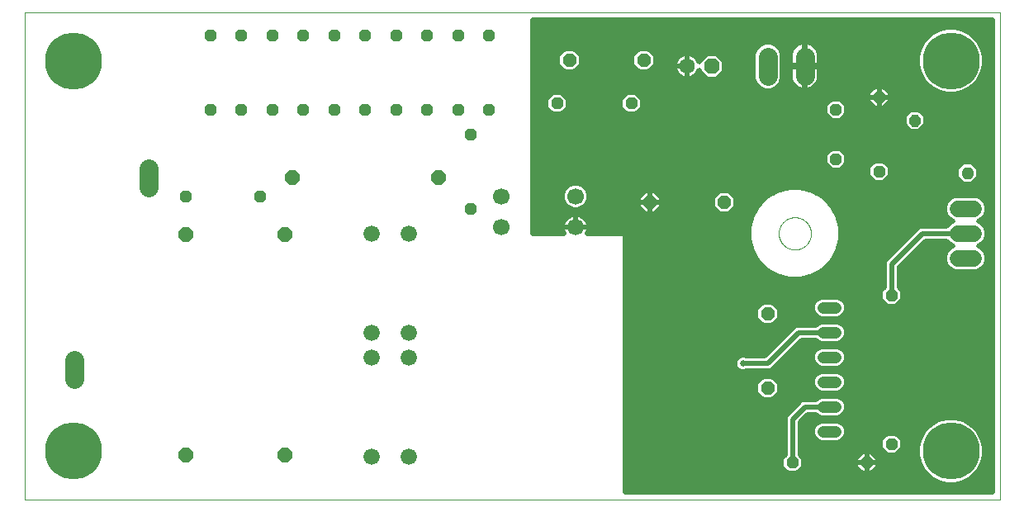
<source format=gbl>
G75*
%MOIN*%
%OFA0B0*%
%FSLAX25Y25*%
%IPPOS*%
%LPD*%
%AMOC8*
5,1,8,0,0,1.08239X$1,22.5*
%
%ADD10C,0.00000*%
%ADD11OC8,0.05400*%
%ADD12OC8,0.04800*%
%ADD13OC8,0.06000*%
%ADD14C,0.06600*%
%ADD15C,0.00960*%
%ADD16C,0.04800*%
%ADD17C,0.07800*%
%ADD18OC8,0.06300*%
%ADD19C,0.06300*%
%ADD20C,0.23000*%
%ADD21C,0.06600*%
%ADD22C,0.06693*%
%ADD23C,0.02578*%
%ADD24C,0.02000*%
D10*
X0002000Y0002000D02*
X0002000Y0198850D01*
X0395701Y0198850D01*
X0395701Y0002000D01*
X0002000Y0002000D01*
X0306500Y0109500D02*
X0306502Y0109661D01*
X0306508Y0109821D01*
X0306518Y0109982D01*
X0306532Y0110142D01*
X0306550Y0110302D01*
X0306571Y0110461D01*
X0306597Y0110620D01*
X0306627Y0110778D01*
X0306660Y0110935D01*
X0306698Y0111092D01*
X0306739Y0111247D01*
X0306784Y0111401D01*
X0306833Y0111554D01*
X0306886Y0111706D01*
X0306942Y0111857D01*
X0307003Y0112006D01*
X0307066Y0112154D01*
X0307134Y0112300D01*
X0307205Y0112444D01*
X0307279Y0112586D01*
X0307357Y0112727D01*
X0307439Y0112865D01*
X0307524Y0113002D01*
X0307612Y0113136D01*
X0307704Y0113268D01*
X0307799Y0113398D01*
X0307897Y0113526D01*
X0307998Y0113651D01*
X0308102Y0113773D01*
X0308209Y0113893D01*
X0308319Y0114010D01*
X0308432Y0114125D01*
X0308548Y0114236D01*
X0308667Y0114345D01*
X0308788Y0114450D01*
X0308912Y0114553D01*
X0309038Y0114653D01*
X0309166Y0114749D01*
X0309297Y0114842D01*
X0309431Y0114932D01*
X0309566Y0115019D01*
X0309704Y0115102D01*
X0309843Y0115182D01*
X0309985Y0115258D01*
X0310128Y0115331D01*
X0310273Y0115400D01*
X0310420Y0115466D01*
X0310568Y0115528D01*
X0310718Y0115586D01*
X0310869Y0115641D01*
X0311022Y0115692D01*
X0311176Y0115739D01*
X0311331Y0115782D01*
X0311487Y0115821D01*
X0311643Y0115857D01*
X0311801Y0115888D01*
X0311959Y0115916D01*
X0312118Y0115940D01*
X0312278Y0115960D01*
X0312438Y0115976D01*
X0312598Y0115988D01*
X0312759Y0115996D01*
X0312920Y0116000D01*
X0313080Y0116000D01*
X0313241Y0115996D01*
X0313402Y0115988D01*
X0313562Y0115976D01*
X0313722Y0115960D01*
X0313882Y0115940D01*
X0314041Y0115916D01*
X0314199Y0115888D01*
X0314357Y0115857D01*
X0314513Y0115821D01*
X0314669Y0115782D01*
X0314824Y0115739D01*
X0314978Y0115692D01*
X0315131Y0115641D01*
X0315282Y0115586D01*
X0315432Y0115528D01*
X0315580Y0115466D01*
X0315727Y0115400D01*
X0315872Y0115331D01*
X0316015Y0115258D01*
X0316157Y0115182D01*
X0316296Y0115102D01*
X0316434Y0115019D01*
X0316569Y0114932D01*
X0316703Y0114842D01*
X0316834Y0114749D01*
X0316962Y0114653D01*
X0317088Y0114553D01*
X0317212Y0114450D01*
X0317333Y0114345D01*
X0317452Y0114236D01*
X0317568Y0114125D01*
X0317681Y0114010D01*
X0317791Y0113893D01*
X0317898Y0113773D01*
X0318002Y0113651D01*
X0318103Y0113526D01*
X0318201Y0113398D01*
X0318296Y0113268D01*
X0318388Y0113136D01*
X0318476Y0113002D01*
X0318561Y0112865D01*
X0318643Y0112727D01*
X0318721Y0112586D01*
X0318795Y0112444D01*
X0318866Y0112300D01*
X0318934Y0112154D01*
X0318997Y0112006D01*
X0319058Y0111857D01*
X0319114Y0111706D01*
X0319167Y0111554D01*
X0319216Y0111401D01*
X0319261Y0111247D01*
X0319302Y0111092D01*
X0319340Y0110935D01*
X0319373Y0110778D01*
X0319403Y0110620D01*
X0319429Y0110461D01*
X0319450Y0110302D01*
X0319468Y0110142D01*
X0319482Y0109982D01*
X0319492Y0109821D01*
X0319498Y0109661D01*
X0319500Y0109500D01*
X0319498Y0109339D01*
X0319492Y0109179D01*
X0319482Y0109018D01*
X0319468Y0108858D01*
X0319450Y0108698D01*
X0319429Y0108539D01*
X0319403Y0108380D01*
X0319373Y0108222D01*
X0319340Y0108065D01*
X0319302Y0107908D01*
X0319261Y0107753D01*
X0319216Y0107599D01*
X0319167Y0107446D01*
X0319114Y0107294D01*
X0319058Y0107143D01*
X0318997Y0106994D01*
X0318934Y0106846D01*
X0318866Y0106700D01*
X0318795Y0106556D01*
X0318721Y0106414D01*
X0318643Y0106273D01*
X0318561Y0106135D01*
X0318476Y0105998D01*
X0318388Y0105864D01*
X0318296Y0105732D01*
X0318201Y0105602D01*
X0318103Y0105474D01*
X0318002Y0105349D01*
X0317898Y0105227D01*
X0317791Y0105107D01*
X0317681Y0104990D01*
X0317568Y0104875D01*
X0317452Y0104764D01*
X0317333Y0104655D01*
X0317212Y0104550D01*
X0317088Y0104447D01*
X0316962Y0104347D01*
X0316834Y0104251D01*
X0316703Y0104158D01*
X0316569Y0104068D01*
X0316434Y0103981D01*
X0316296Y0103898D01*
X0316157Y0103818D01*
X0316015Y0103742D01*
X0315872Y0103669D01*
X0315727Y0103600D01*
X0315580Y0103534D01*
X0315432Y0103472D01*
X0315282Y0103414D01*
X0315131Y0103359D01*
X0314978Y0103308D01*
X0314824Y0103261D01*
X0314669Y0103218D01*
X0314513Y0103179D01*
X0314357Y0103143D01*
X0314199Y0103112D01*
X0314041Y0103084D01*
X0313882Y0103060D01*
X0313722Y0103040D01*
X0313562Y0103024D01*
X0313402Y0103012D01*
X0313241Y0103004D01*
X0313080Y0103000D01*
X0312920Y0103000D01*
X0312759Y0103004D01*
X0312598Y0103012D01*
X0312438Y0103024D01*
X0312278Y0103040D01*
X0312118Y0103060D01*
X0311959Y0103084D01*
X0311801Y0103112D01*
X0311643Y0103143D01*
X0311487Y0103179D01*
X0311331Y0103218D01*
X0311176Y0103261D01*
X0311022Y0103308D01*
X0310869Y0103359D01*
X0310718Y0103414D01*
X0310568Y0103472D01*
X0310420Y0103534D01*
X0310273Y0103600D01*
X0310128Y0103669D01*
X0309985Y0103742D01*
X0309843Y0103818D01*
X0309704Y0103898D01*
X0309566Y0103981D01*
X0309431Y0104068D01*
X0309297Y0104158D01*
X0309166Y0104251D01*
X0309038Y0104347D01*
X0308912Y0104447D01*
X0308788Y0104550D01*
X0308667Y0104655D01*
X0308548Y0104764D01*
X0308432Y0104875D01*
X0308319Y0104990D01*
X0308209Y0105107D01*
X0308102Y0105227D01*
X0307998Y0105349D01*
X0307897Y0105474D01*
X0307799Y0105602D01*
X0307704Y0105732D01*
X0307612Y0105864D01*
X0307524Y0105998D01*
X0307439Y0106135D01*
X0307357Y0106273D01*
X0307279Y0106414D01*
X0307205Y0106556D01*
X0307134Y0106700D01*
X0307066Y0106846D01*
X0307003Y0106994D01*
X0306942Y0107143D01*
X0306886Y0107294D01*
X0306833Y0107446D01*
X0306784Y0107599D01*
X0306739Y0107753D01*
X0306698Y0107908D01*
X0306660Y0108065D01*
X0306627Y0108222D01*
X0306597Y0108380D01*
X0306571Y0108539D01*
X0306550Y0108698D01*
X0306532Y0108858D01*
X0306518Y0109018D01*
X0306508Y0109179D01*
X0306502Y0109339D01*
X0306500Y0109500D01*
D11*
X0284500Y0122000D03*
X0254500Y0122000D03*
X0302000Y0077000D03*
X0302000Y0047000D03*
X0252000Y0179500D03*
X0222000Y0179500D03*
D12*
X0189500Y0189500D03*
X0177000Y0189500D03*
X0164500Y0189500D03*
X0152000Y0189500D03*
X0139500Y0189500D03*
X0127000Y0189500D03*
X0114500Y0189500D03*
X0102000Y0189500D03*
X0089500Y0189500D03*
X0077000Y0189500D03*
X0077000Y0159500D03*
X0089500Y0159500D03*
X0102000Y0159500D03*
X0114500Y0159500D03*
X0127000Y0159500D03*
X0139500Y0159500D03*
X0152000Y0159500D03*
X0164500Y0159500D03*
X0177000Y0159500D03*
X0189500Y0159500D03*
X0182000Y0149500D03*
X0217000Y0162000D03*
X0247000Y0162000D03*
X0182000Y0119500D03*
X0097000Y0124500D03*
X0067000Y0124500D03*
X0312000Y0017000D03*
X0342000Y0017000D03*
X0352000Y0024500D03*
X0352000Y0084500D03*
X0347000Y0134500D03*
X0329500Y0139500D03*
X0329500Y0159500D03*
X0347000Y0164500D03*
D13*
X0169000Y0132000D03*
X0110000Y0132000D03*
X0107000Y0109000D03*
X0067000Y0109000D03*
X0067000Y0020000D03*
X0107000Y0020000D03*
D14*
X0142000Y0019500D03*
X0157000Y0019500D03*
X0157000Y0059500D03*
X0142000Y0059500D03*
X0142000Y0069500D03*
X0157000Y0069500D03*
X0157000Y0109500D03*
X0142000Y0109500D03*
D15*
X0361078Y0156546D02*
X0360598Y0157026D01*
X0362188Y0157026D01*
X0363312Y0155902D01*
X0363312Y0154312D01*
X0362188Y0153188D01*
X0360598Y0153188D01*
X0359474Y0154312D01*
X0359474Y0155902D01*
X0360598Y0157026D01*
X0360896Y0156306D01*
X0361890Y0156306D01*
X0362592Y0155604D01*
X0362592Y0154610D01*
X0361890Y0153908D01*
X0360896Y0153908D01*
X0360194Y0154610D01*
X0360194Y0155604D01*
X0360896Y0156306D01*
X0361194Y0155586D01*
X0361592Y0155586D01*
X0361872Y0155306D01*
X0361872Y0154908D01*
X0361592Y0154628D01*
X0361194Y0154628D01*
X0360914Y0154908D01*
X0360914Y0155306D01*
X0361194Y0155586D01*
X0382292Y0135332D02*
X0381812Y0135812D01*
X0383402Y0135812D01*
X0384526Y0134688D01*
X0384526Y0133098D01*
X0383402Y0131974D01*
X0381812Y0131974D01*
X0380688Y0133098D01*
X0380688Y0134688D01*
X0381812Y0135812D01*
X0382110Y0135092D01*
X0383104Y0135092D01*
X0383806Y0134390D01*
X0383806Y0133396D01*
X0383104Y0132694D01*
X0382110Y0132694D01*
X0381408Y0133396D01*
X0381408Y0134390D01*
X0382110Y0135092D01*
X0382408Y0134372D01*
X0382806Y0134372D01*
X0383086Y0134092D01*
X0383086Y0133694D01*
X0382806Y0133414D01*
X0382408Y0133414D01*
X0382128Y0133694D01*
X0382128Y0134092D01*
X0382408Y0134372D01*
D16*
X0329400Y0079500D02*
X0324600Y0079500D01*
X0324600Y0069500D02*
X0329400Y0069500D01*
X0329400Y0059500D02*
X0324600Y0059500D01*
X0324600Y0049500D02*
X0329400Y0049500D01*
X0329400Y0039500D02*
X0324600Y0039500D01*
X0324600Y0029500D02*
X0329400Y0029500D01*
D17*
X0052000Y0128100D02*
X0052000Y0135900D01*
X0022000Y0058400D02*
X0022000Y0050600D01*
X0302000Y0173100D02*
X0302000Y0180900D01*
X0317000Y0180900D02*
X0317000Y0173100D01*
D18*
X0279500Y0177000D03*
D19*
X0269500Y0177000D03*
D20*
X0376016Y0179165D03*
X0376016Y0021685D03*
X0021685Y0021685D03*
X0021685Y0179165D03*
D21*
X0378700Y0119500D02*
X0385300Y0119500D01*
X0385300Y0109500D02*
X0378700Y0109500D01*
X0378700Y0099500D02*
X0385300Y0099500D01*
D22*
X0224500Y0112000D03*
X0224500Y0124500D03*
X0194500Y0124500D03*
X0194500Y0112000D03*
D23*
X0252000Y0144500D03*
X0252000Y0149500D03*
X0252000Y0154500D03*
X0322000Y0154500D03*
X0322000Y0149500D03*
X0322000Y0159500D03*
X0259500Y0062000D03*
X0254500Y0062000D03*
X0254500Y0057000D03*
X0259500Y0057000D03*
X0259500Y0052000D03*
X0254500Y0052000D03*
X0249500Y0052000D03*
X0249500Y0057000D03*
X0249500Y0062000D03*
X0292000Y0057000D03*
D24*
X0302000Y0057000D01*
X0314500Y0069500D01*
X0327000Y0069500D01*
X0331892Y0073230D02*
X0333130Y0071992D01*
X0333800Y0070375D01*
X0333800Y0068625D01*
X0333130Y0067008D01*
X0331892Y0065770D01*
X0330275Y0065100D01*
X0323725Y0065100D01*
X0322108Y0065770D01*
X0321377Y0066500D01*
X0315743Y0066500D01*
X0303699Y0054457D01*
X0302597Y0054000D01*
X0293352Y0054000D01*
X0292654Y0053711D01*
X0291346Y0053711D01*
X0290137Y0054212D01*
X0289212Y0055137D01*
X0288711Y0056346D01*
X0288711Y0057654D01*
X0289212Y0058863D01*
X0290137Y0059788D01*
X0291346Y0060289D01*
X0292654Y0060289D01*
X0293352Y0060000D01*
X0300757Y0060000D01*
X0311957Y0071199D01*
X0311957Y0071199D01*
X0312801Y0072043D01*
X0313903Y0072500D01*
X0321377Y0072500D01*
X0322108Y0073230D01*
X0323725Y0073900D01*
X0330275Y0073900D01*
X0331892Y0073230D01*
X0333149Y0071948D02*
X0392701Y0071948D01*
X0392701Y0073946D02*
X0305593Y0073946D01*
X0306700Y0075053D02*
X0303947Y0072300D01*
X0300053Y0072300D01*
X0297300Y0075053D01*
X0297300Y0078947D01*
X0300053Y0081700D01*
X0303947Y0081700D01*
X0306700Y0078947D01*
X0306700Y0075053D01*
X0306700Y0075945D02*
X0321933Y0075945D01*
X0322108Y0075770D02*
X0323725Y0075100D01*
X0330275Y0075100D01*
X0331892Y0075770D01*
X0333130Y0077008D01*
X0333800Y0078625D01*
X0333800Y0080375D01*
X0333130Y0081992D01*
X0331892Y0083230D01*
X0330275Y0083900D01*
X0323725Y0083900D01*
X0322108Y0083230D01*
X0320870Y0081992D01*
X0320200Y0080375D01*
X0320200Y0078625D01*
X0320870Y0077008D01*
X0322108Y0075770D01*
X0320482Y0077943D02*
X0306700Y0077943D01*
X0305705Y0079942D02*
X0320200Y0079942D01*
X0320848Y0081940D02*
X0244500Y0081940D01*
X0244500Y0079942D02*
X0298295Y0079942D01*
X0297300Y0077943D02*
X0244500Y0077943D01*
X0244500Y0075945D02*
X0297300Y0075945D01*
X0298407Y0073946D02*
X0244500Y0073946D01*
X0244500Y0071948D02*
X0312705Y0071948D01*
X0310707Y0069949D02*
X0244500Y0069949D01*
X0244500Y0067951D02*
X0308708Y0067951D01*
X0306710Y0065952D02*
X0244500Y0065952D01*
X0244500Y0063954D02*
X0304711Y0063954D01*
X0302713Y0061955D02*
X0244500Y0061955D01*
X0244500Y0059957D02*
X0290544Y0059957D01*
X0288837Y0057958D02*
X0244500Y0057958D01*
X0244500Y0055960D02*
X0288871Y0055960D01*
X0290742Y0053961D02*
X0244500Y0053961D01*
X0244500Y0051963D02*
X0320858Y0051963D01*
X0320870Y0051992D02*
X0320200Y0050375D01*
X0320200Y0048625D01*
X0320870Y0047008D01*
X0322108Y0045770D01*
X0323725Y0045100D01*
X0330275Y0045100D01*
X0331892Y0045770D01*
X0333130Y0047008D01*
X0333800Y0048625D01*
X0333800Y0050375D01*
X0333130Y0051992D01*
X0331892Y0053230D01*
X0330275Y0053900D01*
X0323725Y0053900D01*
X0322108Y0053230D01*
X0320870Y0051992D01*
X0320200Y0049964D02*
X0305683Y0049964D01*
X0306700Y0048947D02*
X0303947Y0051700D01*
X0300053Y0051700D01*
X0297300Y0048947D01*
X0297300Y0045053D01*
X0300053Y0042300D01*
X0303947Y0042300D01*
X0306700Y0045053D01*
X0306700Y0048947D01*
X0306700Y0047966D02*
X0320473Y0047966D01*
X0321910Y0045967D02*
X0306700Y0045967D01*
X0305616Y0043969D02*
X0392701Y0043969D01*
X0392701Y0045967D02*
X0332090Y0045967D01*
X0333527Y0047966D02*
X0392701Y0047966D01*
X0392701Y0049964D02*
X0333800Y0049964D01*
X0333142Y0051963D02*
X0392701Y0051963D01*
X0392701Y0053961D02*
X0293258Y0053961D01*
X0298317Y0049964D02*
X0244500Y0049964D01*
X0244500Y0047966D02*
X0297300Y0047966D01*
X0297300Y0045967D02*
X0244500Y0045967D01*
X0244500Y0043969D02*
X0298384Y0043969D01*
X0311231Y0037973D02*
X0244500Y0037973D01*
X0244500Y0035975D02*
X0309364Y0035975D01*
X0309457Y0036199D02*
X0309000Y0035097D01*
X0309000Y0020223D01*
X0307600Y0018823D01*
X0307600Y0015177D01*
X0310177Y0012600D01*
X0313823Y0012600D01*
X0316400Y0015177D01*
X0316400Y0018823D01*
X0315000Y0020223D01*
X0315000Y0033257D01*
X0318243Y0036500D01*
X0321377Y0036500D01*
X0322108Y0035770D01*
X0323725Y0035100D01*
X0330275Y0035100D01*
X0331892Y0035770D01*
X0333130Y0037008D01*
X0333800Y0038625D01*
X0333800Y0040375D01*
X0333130Y0041992D01*
X0331892Y0043230D01*
X0330275Y0043900D01*
X0323725Y0043900D01*
X0322108Y0043230D01*
X0321377Y0042500D01*
X0316403Y0042500D01*
X0315301Y0042043D01*
X0314457Y0041199D01*
X0309457Y0036199D01*
X0309000Y0033976D02*
X0244500Y0033976D01*
X0244500Y0031978D02*
X0309000Y0031978D01*
X0309000Y0029979D02*
X0244500Y0029979D01*
X0244500Y0027981D02*
X0309000Y0027981D01*
X0309000Y0025982D02*
X0244500Y0025982D01*
X0244500Y0023984D02*
X0309000Y0023984D01*
X0309000Y0021985D02*
X0244500Y0021985D01*
X0244500Y0019987D02*
X0308764Y0019987D01*
X0307600Y0017988D02*
X0244500Y0017988D01*
X0244500Y0015990D02*
X0307600Y0015990D01*
X0308786Y0013991D02*
X0244500Y0013991D01*
X0244500Y0011993D02*
X0366616Y0011993D01*
X0367727Y0010882D02*
X0370805Y0009105D01*
X0374238Y0008185D01*
X0377793Y0008185D01*
X0381227Y0009105D01*
X0384305Y0010882D01*
X0386818Y0013396D01*
X0388596Y0016474D01*
X0389516Y0019908D01*
X0389516Y0023462D01*
X0388596Y0026896D01*
X0386818Y0029974D01*
X0384305Y0032488D01*
X0381227Y0034265D01*
X0377793Y0035185D01*
X0374238Y0035185D01*
X0370805Y0034265D01*
X0367727Y0032488D01*
X0365213Y0029974D01*
X0363436Y0026896D01*
X0362516Y0023462D01*
X0362516Y0019908D01*
X0363436Y0016474D01*
X0365213Y0013396D01*
X0367727Y0010882D01*
X0369265Y0009994D02*
X0244500Y0009994D01*
X0244500Y0007996D02*
X0392701Y0007996D01*
X0392701Y0009994D02*
X0382766Y0009994D01*
X0385415Y0011993D02*
X0392701Y0011993D01*
X0392701Y0013991D02*
X0387162Y0013991D01*
X0388316Y0015990D02*
X0392701Y0015990D01*
X0392701Y0017988D02*
X0389001Y0017988D01*
X0389516Y0019987D02*
X0392701Y0019987D01*
X0392701Y0021985D02*
X0389516Y0021985D01*
X0389376Y0023984D02*
X0392701Y0023984D01*
X0392701Y0025982D02*
X0388841Y0025982D01*
X0387969Y0027981D02*
X0392701Y0027981D01*
X0392701Y0029979D02*
X0386813Y0029979D01*
X0384815Y0031978D02*
X0392701Y0031978D01*
X0392701Y0033976D02*
X0381727Y0033976D01*
X0392701Y0035975D02*
X0332097Y0035975D01*
X0333530Y0037973D02*
X0392701Y0037973D01*
X0392701Y0039972D02*
X0333800Y0039972D01*
X0333139Y0041970D02*
X0392701Y0041970D01*
X0370305Y0033976D02*
X0315719Y0033976D01*
X0315000Y0031978D02*
X0320864Y0031978D01*
X0320870Y0031992D02*
X0320200Y0030375D01*
X0320200Y0028625D01*
X0320870Y0027008D01*
X0322108Y0025770D01*
X0323725Y0025100D01*
X0330275Y0025100D01*
X0331892Y0025770D01*
X0333130Y0027008D01*
X0333800Y0028625D01*
X0333800Y0030375D01*
X0333130Y0031992D01*
X0331892Y0033230D01*
X0330275Y0033900D01*
X0323725Y0033900D01*
X0322108Y0033230D01*
X0320870Y0031992D01*
X0320200Y0029979D02*
X0315000Y0029979D01*
X0315000Y0027981D02*
X0320467Y0027981D01*
X0321895Y0025982D02*
X0315000Y0025982D01*
X0315000Y0023984D02*
X0347600Y0023984D01*
X0347600Y0022677D02*
X0350177Y0020100D01*
X0353823Y0020100D01*
X0356400Y0022677D01*
X0356400Y0026323D01*
X0353823Y0028900D01*
X0350177Y0028900D01*
X0347600Y0026323D01*
X0347600Y0022677D01*
X0348292Y0021985D02*
X0315000Y0021985D01*
X0315236Y0019987D02*
X0338764Y0019987D01*
X0337600Y0018823D02*
X0337600Y0017000D01*
X0342000Y0017000D01*
X0346400Y0017000D01*
X0346400Y0018823D01*
X0343823Y0021400D01*
X0342000Y0021400D01*
X0342000Y0017000D01*
X0342000Y0017000D01*
X0342000Y0017000D01*
X0346400Y0017000D01*
X0346400Y0015177D01*
X0343823Y0012600D01*
X0342000Y0012600D01*
X0342000Y0017000D01*
X0342000Y0017000D01*
X0342000Y0017000D01*
X0342000Y0021400D01*
X0340177Y0021400D01*
X0337600Y0018823D01*
X0337600Y0017988D02*
X0316400Y0017988D01*
X0316400Y0015990D02*
X0337600Y0015990D01*
X0337600Y0015177D02*
X0340177Y0012600D01*
X0342000Y0012600D01*
X0342000Y0017000D01*
X0337600Y0017000D01*
X0337600Y0015177D01*
X0338786Y0013991D02*
X0315214Y0013991D01*
X0312000Y0017000D02*
X0312000Y0034500D01*
X0317000Y0039500D01*
X0327000Y0039500D01*
X0321903Y0035975D02*
X0317717Y0035975D01*
X0313229Y0039972D02*
X0244500Y0039972D01*
X0244500Y0041970D02*
X0315228Y0041970D01*
X0333136Y0031978D02*
X0367216Y0031978D01*
X0365218Y0029979D02*
X0333800Y0029979D01*
X0333533Y0027981D02*
X0349258Y0027981D01*
X0347600Y0025982D02*
X0332105Y0025982D01*
X0342000Y0019987D02*
X0342000Y0019987D01*
X0342000Y0017988D02*
X0342000Y0017988D01*
X0342000Y0015990D02*
X0342000Y0015990D01*
X0342000Y0013991D02*
X0342000Y0013991D01*
X0345214Y0013991D02*
X0364869Y0013991D01*
X0363716Y0015990D02*
X0346400Y0015990D01*
X0346400Y0017988D02*
X0363030Y0017988D01*
X0362516Y0019987D02*
X0345236Y0019987D01*
X0355708Y0021985D02*
X0362516Y0021985D01*
X0362655Y0023984D02*
X0356400Y0023984D01*
X0356400Y0025982D02*
X0363191Y0025982D01*
X0364062Y0027981D02*
X0354742Y0027981D01*
X0392701Y0005997D02*
X0244500Y0005997D01*
X0244500Y0005000D02*
X0244500Y0109500D01*
X0229227Y0109500D01*
X0229455Y0109948D01*
X0229715Y0110748D01*
X0229846Y0111579D01*
X0229846Y0111917D01*
X0224583Y0111917D01*
X0224583Y0112083D01*
X0229846Y0112083D01*
X0229846Y0112421D01*
X0229715Y0113252D01*
X0229455Y0114052D01*
X0229073Y0114802D01*
X0228578Y0115483D01*
X0227983Y0116078D01*
X0227302Y0116573D01*
X0226552Y0116955D01*
X0225752Y0117215D01*
X0224921Y0117346D01*
X0224583Y0117346D01*
X0224583Y0112083D01*
X0224417Y0112083D01*
X0224417Y0117346D01*
X0224079Y0117346D01*
X0223248Y0117215D01*
X0222448Y0116955D01*
X0221698Y0116573D01*
X0221017Y0116078D01*
X0220422Y0115483D01*
X0219927Y0114802D01*
X0219545Y0114052D01*
X0219285Y0113252D01*
X0219154Y0112421D01*
X0219154Y0112083D01*
X0224417Y0112083D01*
X0224417Y0111917D01*
X0219154Y0111917D01*
X0219154Y0111579D01*
X0219285Y0110748D01*
X0219545Y0109948D01*
X0219773Y0109500D01*
X0207000Y0109500D01*
X0207000Y0195850D01*
X0392701Y0195850D01*
X0392701Y0005000D01*
X0244500Y0005000D01*
X0305202Y0055960D02*
X0321918Y0055960D01*
X0322108Y0055770D02*
X0323725Y0055100D01*
X0330275Y0055100D01*
X0331892Y0055770D01*
X0333130Y0057008D01*
X0333800Y0058625D01*
X0333800Y0060375D01*
X0333130Y0061992D01*
X0331892Y0063230D01*
X0330275Y0063900D01*
X0323725Y0063900D01*
X0322108Y0063230D01*
X0320870Y0061992D01*
X0320200Y0060375D01*
X0320200Y0058625D01*
X0320870Y0057008D01*
X0322108Y0055770D01*
X0320476Y0057958D02*
X0307201Y0057958D01*
X0309199Y0059957D02*
X0320200Y0059957D01*
X0320855Y0061955D02*
X0311198Y0061955D01*
X0313196Y0063954D02*
X0392701Y0063954D01*
X0392701Y0065952D02*
X0332075Y0065952D01*
X0333521Y0067951D02*
X0392701Y0067951D01*
X0392701Y0069949D02*
X0333800Y0069949D01*
X0332067Y0075945D02*
X0392701Y0075945D01*
X0392701Y0077943D02*
X0333518Y0077943D01*
X0333800Y0079942D02*
X0392701Y0079942D01*
X0392701Y0081940D02*
X0355663Y0081940D01*
X0356400Y0082677D02*
X0353823Y0080100D01*
X0350177Y0080100D01*
X0347600Y0082677D01*
X0347600Y0086323D01*
X0349000Y0087723D01*
X0349000Y0097597D01*
X0349457Y0098699D01*
X0350301Y0099543D01*
X0362801Y0112043D01*
X0363903Y0112500D01*
X0374206Y0112500D01*
X0374207Y0112502D01*
X0375698Y0113993D01*
X0376922Y0114500D01*
X0375698Y0115007D01*
X0374207Y0116498D01*
X0373400Y0118446D01*
X0373400Y0120554D01*
X0374207Y0122502D01*
X0375698Y0123993D01*
X0377646Y0124800D01*
X0386354Y0124800D01*
X0388302Y0123993D01*
X0389793Y0122502D01*
X0390600Y0120554D01*
X0390600Y0118446D01*
X0389793Y0116498D01*
X0388302Y0115007D01*
X0387078Y0114500D01*
X0388302Y0113993D01*
X0389793Y0112502D01*
X0390600Y0110554D01*
X0390600Y0108446D01*
X0389793Y0106498D01*
X0388302Y0105007D01*
X0387078Y0104500D01*
X0388302Y0103993D01*
X0389793Y0102502D01*
X0390600Y0100554D01*
X0390600Y0098446D01*
X0389793Y0096498D01*
X0388302Y0095007D01*
X0386354Y0094200D01*
X0377646Y0094200D01*
X0375698Y0095007D01*
X0374207Y0096498D01*
X0373400Y0098446D01*
X0373400Y0100554D01*
X0374207Y0102502D01*
X0375698Y0103993D01*
X0376922Y0104500D01*
X0375698Y0105007D01*
X0374207Y0106498D01*
X0374206Y0106500D01*
X0365743Y0106500D01*
X0355000Y0095757D01*
X0355000Y0087723D01*
X0356400Y0086323D01*
X0356400Y0082677D01*
X0356400Y0083939D02*
X0392701Y0083939D01*
X0392701Y0085937D02*
X0356400Y0085937D01*
X0355000Y0087936D02*
X0392701Y0087936D01*
X0392701Y0089934D02*
X0355000Y0089934D01*
X0355000Y0091933D02*
X0392701Y0091933D01*
X0392701Y0093932D02*
X0355000Y0093932D01*
X0355173Y0095930D02*
X0374775Y0095930D01*
X0373614Y0097929D02*
X0357171Y0097929D01*
X0359170Y0099927D02*
X0373400Y0099927D01*
X0373968Y0101926D02*
X0361168Y0101926D01*
X0363167Y0103924D02*
X0375629Y0103924D01*
X0374782Y0105923D02*
X0365165Y0105923D01*
X0364500Y0109500D02*
X0352000Y0097000D01*
X0352000Y0084500D01*
X0347600Y0083939D02*
X0244500Y0083939D01*
X0244500Y0085937D02*
X0347600Y0085937D01*
X0349000Y0087936D02*
X0244500Y0087936D01*
X0244500Y0089934D02*
X0349000Y0089934D01*
X0349000Y0091933D02*
X0318918Y0091933D01*
X0320141Y0092261D02*
X0324359Y0094696D01*
X0327804Y0098141D01*
X0330239Y0102359D01*
X0331500Y0107064D01*
X0331500Y0111936D01*
X0330239Y0116641D01*
X0327804Y0120859D01*
X0324359Y0124304D01*
X0320141Y0126739D01*
X0315436Y0128000D01*
X0310564Y0128000D01*
X0305859Y0126739D01*
X0301641Y0124304D01*
X0298196Y0120859D01*
X0295761Y0116641D01*
X0294500Y0111936D01*
X0294500Y0107064D01*
X0295761Y0102359D01*
X0298196Y0098141D01*
X0301641Y0094696D01*
X0305859Y0092261D01*
X0310564Y0091000D01*
X0315436Y0091000D01*
X0320141Y0092261D01*
X0323035Y0093932D02*
X0349000Y0093932D01*
X0349000Y0095930D02*
X0325593Y0095930D01*
X0327591Y0097929D02*
X0349137Y0097929D01*
X0350684Y0099927D02*
X0328835Y0099927D01*
X0329989Y0101926D02*
X0352683Y0101926D01*
X0354681Y0103924D02*
X0330659Y0103924D01*
X0331194Y0105923D02*
X0356680Y0105923D01*
X0358678Y0107921D02*
X0331500Y0107921D01*
X0331500Y0109920D02*
X0360677Y0109920D01*
X0362675Y0111918D02*
X0331500Y0111918D01*
X0330969Y0113917D02*
X0375621Y0113917D01*
X0374790Y0115915D02*
X0330434Y0115915D01*
X0329504Y0117914D02*
X0373620Y0117914D01*
X0373400Y0119912D02*
X0328350Y0119912D01*
X0326752Y0121911D02*
X0373962Y0121911D01*
X0375614Y0123909D02*
X0324754Y0123909D01*
X0321581Y0125908D02*
X0392701Y0125908D01*
X0392701Y0127906D02*
X0315786Y0127906D01*
X0310214Y0127906D02*
X0228655Y0127906D01*
X0229032Y0127529D02*
X0227529Y0129032D01*
X0225563Y0129846D01*
X0223437Y0129846D01*
X0221471Y0129032D01*
X0219967Y0127529D01*
X0219154Y0125563D01*
X0219154Y0123437D01*
X0219967Y0121471D01*
X0221471Y0119967D01*
X0223437Y0119154D01*
X0225563Y0119154D01*
X0227529Y0119967D01*
X0229032Y0121471D01*
X0229846Y0123437D01*
X0229846Y0125563D01*
X0229032Y0127529D01*
X0229704Y0125908D02*
X0251761Y0125908D01*
X0252553Y0126700D02*
X0249800Y0123947D01*
X0249800Y0122000D01*
X0254500Y0122000D01*
X0259200Y0122000D01*
X0259200Y0123947D01*
X0256447Y0126700D01*
X0254500Y0126700D01*
X0254500Y0122000D01*
X0254500Y0122000D01*
X0254500Y0122000D01*
X0259200Y0122000D01*
X0259200Y0120053D01*
X0256447Y0117300D01*
X0254500Y0117300D01*
X0254500Y0122000D01*
X0254500Y0122000D01*
X0254500Y0122000D01*
X0254500Y0126700D01*
X0252553Y0126700D01*
X0254500Y0125908D02*
X0254500Y0125908D01*
X0254500Y0123909D02*
X0254500Y0123909D01*
X0254500Y0122000D02*
X0249800Y0122000D01*
X0249800Y0120053D01*
X0252553Y0117300D01*
X0254500Y0117300D01*
X0254500Y0122000D01*
X0254500Y0121911D02*
X0254500Y0121911D01*
X0254500Y0119912D02*
X0254500Y0119912D01*
X0254500Y0117914D02*
X0254500Y0117914D01*
X0257060Y0117914D02*
X0281940Y0117914D01*
X0282553Y0117300D02*
X0286447Y0117300D01*
X0289200Y0120053D01*
X0289200Y0123947D01*
X0286447Y0126700D01*
X0282553Y0126700D01*
X0279800Y0123947D01*
X0279800Y0120053D01*
X0282553Y0117300D01*
X0279941Y0119912D02*
X0259059Y0119912D01*
X0259200Y0121911D02*
X0279800Y0121911D01*
X0279800Y0123909D02*
X0259200Y0123909D01*
X0257239Y0125908D02*
X0281761Y0125908D01*
X0287239Y0125908D02*
X0304419Y0125908D01*
X0301246Y0123909D02*
X0289200Y0123909D01*
X0289200Y0121911D02*
X0299248Y0121911D01*
X0297650Y0119912D02*
X0289059Y0119912D01*
X0287060Y0117914D02*
X0296496Y0117914D01*
X0295566Y0115915D02*
X0228146Y0115915D01*
X0229499Y0113917D02*
X0295031Y0113917D01*
X0294500Y0111918D02*
X0224583Y0111918D01*
X0224417Y0111918D02*
X0207000Y0111918D01*
X0207000Y0109920D02*
X0219560Y0109920D01*
X0219501Y0113917D02*
X0207000Y0113917D01*
X0207000Y0115915D02*
X0220854Y0115915D01*
X0224417Y0115915D02*
X0224583Y0115915D01*
X0224583Y0113917D02*
X0224417Y0113917D01*
X0229440Y0109920D02*
X0294500Y0109920D01*
X0294500Y0107921D02*
X0244500Y0107921D01*
X0244500Y0105923D02*
X0294806Y0105923D01*
X0295341Y0103924D02*
X0244500Y0103924D01*
X0244500Y0101926D02*
X0296011Y0101926D01*
X0297165Y0099927D02*
X0244500Y0099927D01*
X0244500Y0097929D02*
X0298408Y0097929D01*
X0300407Y0095930D02*
X0244500Y0095930D01*
X0244500Y0093932D02*
X0302965Y0093932D01*
X0307082Y0091933D02*
X0244500Y0091933D01*
X0251940Y0117914D02*
X0207000Y0117914D01*
X0207000Y0119912D02*
X0221605Y0119912D01*
X0219786Y0121911D02*
X0207000Y0121911D01*
X0207000Y0123909D02*
X0219154Y0123909D01*
X0219296Y0125908D02*
X0207000Y0125908D01*
X0207000Y0127906D02*
X0220345Y0127906D01*
X0229846Y0123909D02*
X0249800Y0123909D01*
X0249800Y0121911D02*
X0229214Y0121911D01*
X0227395Y0119912D02*
X0249941Y0119912D01*
X0207000Y0129905D02*
X0380373Y0129905D01*
X0380784Y0129493D02*
X0384429Y0129493D01*
X0387007Y0132071D01*
X0387007Y0135716D01*
X0384429Y0138293D01*
X0380784Y0138293D01*
X0378207Y0135716D01*
X0378207Y0132071D01*
X0380784Y0129493D01*
X0378374Y0131903D02*
X0350626Y0131903D01*
X0351400Y0132677D02*
X0348823Y0130100D01*
X0345177Y0130100D01*
X0342600Y0132677D01*
X0342600Y0136323D01*
X0345177Y0138900D01*
X0348823Y0138900D01*
X0351400Y0136323D01*
X0351400Y0132677D01*
X0351400Y0133902D02*
X0378207Y0133902D01*
X0378391Y0135900D02*
X0351400Y0135900D01*
X0349824Y0137899D02*
X0380389Y0137899D01*
X0384824Y0137899D02*
X0392701Y0137899D01*
X0392701Y0139897D02*
X0333900Y0139897D01*
X0333900Y0141323D02*
X0333900Y0137677D01*
X0331323Y0135100D01*
X0327677Y0135100D01*
X0325100Y0137677D01*
X0325100Y0141323D01*
X0327677Y0143900D01*
X0331323Y0143900D01*
X0333900Y0141323D01*
X0333327Y0141896D02*
X0392701Y0141896D01*
X0392701Y0143894D02*
X0331328Y0143894D01*
X0327672Y0143894D02*
X0207000Y0143894D01*
X0207000Y0141896D02*
X0325673Y0141896D01*
X0325100Y0139897D02*
X0207000Y0139897D01*
X0207000Y0137899D02*
X0325100Y0137899D01*
X0326877Y0135900D02*
X0207000Y0135900D01*
X0207000Y0133902D02*
X0342600Y0133902D01*
X0342600Y0135900D02*
X0332123Y0135900D01*
X0333900Y0137899D02*
X0344176Y0137899D01*
X0343374Y0131903D02*
X0207000Y0131903D01*
X0207000Y0145893D02*
X0392701Y0145893D01*
X0392701Y0147891D02*
X0207000Y0147891D01*
X0207000Y0149890D02*
X0392701Y0149890D01*
X0392701Y0151888D02*
X0364398Y0151888D01*
X0363216Y0150707D02*
X0359571Y0150707D01*
X0356993Y0153284D01*
X0356993Y0156929D01*
X0359571Y0159507D01*
X0363216Y0159507D01*
X0365793Y0156929D01*
X0365793Y0153284D01*
X0363216Y0150707D01*
X0358389Y0151888D02*
X0207000Y0151888D01*
X0207000Y0153887D02*
X0356993Y0153887D01*
X0356993Y0155885D02*
X0332108Y0155885D01*
X0331323Y0155100D02*
X0327677Y0155100D01*
X0325100Y0157677D01*
X0325100Y0161323D01*
X0327677Y0163900D01*
X0331323Y0163900D01*
X0333900Y0161323D01*
X0333900Y0157677D01*
X0331323Y0155100D01*
X0326892Y0155885D02*
X0207000Y0155885D01*
X0207000Y0157884D02*
X0214894Y0157884D01*
X0215177Y0157600D02*
X0218823Y0157600D01*
X0221400Y0160177D01*
X0221400Y0163823D01*
X0218823Y0166400D01*
X0215177Y0166400D01*
X0212600Y0163823D01*
X0212600Y0160177D01*
X0215177Y0157600D01*
X0212895Y0159882D02*
X0207000Y0159882D01*
X0207000Y0161881D02*
X0212600Y0161881D01*
X0212657Y0163879D02*
X0207000Y0163879D01*
X0207000Y0165878D02*
X0214655Y0165878D01*
X0219345Y0165878D02*
X0244655Y0165878D01*
X0245177Y0166400D02*
X0242600Y0163823D01*
X0242600Y0160177D01*
X0245177Y0157600D01*
X0248823Y0157600D01*
X0251400Y0160177D01*
X0251400Y0163823D01*
X0248823Y0166400D01*
X0245177Y0166400D01*
X0242657Y0163879D02*
X0221343Y0163879D01*
X0221400Y0161881D02*
X0242600Y0161881D01*
X0242895Y0159882D02*
X0221105Y0159882D01*
X0219106Y0157884D02*
X0244894Y0157884D01*
X0249106Y0157884D02*
X0325100Y0157884D01*
X0325100Y0159882D02*
X0251105Y0159882D01*
X0251400Y0161881D02*
X0325658Y0161881D01*
X0327657Y0163879D02*
X0251343Y0163879D01*
X0249345Y0165878D02*
X0342600Y0165878D01*
X0342600Y0166323D02*
X0342600Y0164500D01*
X0347000Y0164500D01*
X0347000Y0164500D01*
X0347000Y0168900D01*
X0348823Y0168900D01*
X0351400Y0166323D01*
X0351400Y0164500D01*
X0347000Y0164500D01*
X0347000Y0164500D01*
X0347000Y0164500D01*
X0347000Y0168900D01*
X0345177Y0168900D01*
X0342600Y0166323D01*
X0342600Y0164500D02*
X0342600Y0162677D01*
X0345177Y0160100D01*
X0347000Y0160100D01*
X0348823Y0160100D01*
X0351400Y0162677D01*
X0351400Y0164500D01*
X0347000Y0164500D01*
X0347000Y0160100D01*
X0347000Y0164500D01*
X0347000Y0164500D01*
X0342600Y0164500D01*
X0342600Y0163879D02*
X0331343Y0163879D01*
X0333342Y0161881D02*
X0343397Y0161881D01*
X0347000Y0161881D02*
X0347000Y0161881D01*
X0347000Y0163879D02*
X0347000Y0163879D01*
X0347000Y0165878D02*
X0347000Y0165878D01*
X0347000Y0167876D02*
X0347000Y0167876D01*
X0349846Y0167876D02*
X0368569Y0167876D01*
X0367727Y0168363D02*
X0370805Y0166585D01*
X0374238Y0165665D01*
X0377793Y0165665D01*
X0381227Y0166585D01*
X0384305Y0168363D01*
X0386818Y0170876D01*
X0388596Y0173955D01*
X0389516Y0177388D01*
X0389516Y0180943D01*
X0388596Y0184376D01*
X0386818Y0187455D01*
X0384305Y0189968D01*
X0381227Y0191745D01*
X0377793Y0192665D01*
X0374238Y0192665D01*
X0370805Y0191745D01*
X0367727Y0189968D01*
X0365213Y0187455D01*
X0363436Y0184376D01*
X0362516Y0180943D01*
X0362516Y0177388D01*
X0363436Y0173955D01*
X0365213Y0170876D01*
X0367727Y0168363D01*
X0366214Y0169875D02*
X0321950Y0169875D01*
X0322046Y0170008D02*
X0322468Y0170835D01*
X0322755Y0171718D01*
X0322900Y0172636D01*
X0322900Y0176700D01*
X0317300Y0176700D01*
X0317300Y0177300D01*
X0316700Y0177300D01*
X0316700Y0186800D01*
X0316536Y0186800D01*
X0315618Y0186655D01*
X0314735Y0186368D01*
X0313908Y0185946D01*
X0313156Y0185400D01*
X0312500Y0184744D01*
X0311954Y0183992D01*
X0311532Y0183165D01*
X0311245Y0182282D01*
X0311100Y0181364D01*
X0311100Y0177300D01*
X0316700Y0177300D01*
X0316700Y0176700D01*
X0311100Y0176700D01*
X0311100Y0172636D01*
X0311245Y0171718D01*
X0311532Y0170835D01*
X0311954Y0170008D01*
X0312500Y0169256D01*
X0313156Y0168600D01*
X0313908Y0168054D01*
X0314735Y0167632D01*
X0315618Y0167345D01*
X0316536Y0167200D01*
X0316700Y0167200D01*
X0316700Y0176700D01*
X0317300Y0176700D01*
X0317300Y0167200D01*
X0317464Y0167200D01*
X0318382Y0167345D01*
X0319265Y0167632D01*
X0320092Y0168054D01*
X0320844Y0168600D01*
X0321500Y0169256D01*
X0322046Y0170008D01*
X0322779Y0171873D02*
X0364637Y0171873D01*
X0363483Y0173872D02*
X0322900Y0173872D01*
X0322900Y0175870D02*
X0362922Y0175870D01*
X0362516Y0177869D02*
X0322900Y0177869D01*
X0322900Y0177300D02*
X0322900Y0181364D01*
X0322755Y0182282D01*
X0322468Y0183165D01*
X0322046Y0183992D01*
X0321500Y0184744D01*
X0320844Y0185400D01*
X0320092Y0185946D01*
X0319265Y0186368D01*
X0318382Y0186655D01*
X0317464Y0186800D01*
X0317300Y0186800D01*
X0317300Y0177300D01*
X0322900Y0177300D01*
X0322900Y0179868D02*
X0362516Y0179868D01*
X0362763Y0181866D02*
X0322821Y0181866D01*
X0322111Y0183865D02*
X0363299Y0183865D01*
X0364294Y0185863D02*
X0320207Y0185863D01*
X0317300Y0185863D02*
X0316700Y0185863D01*
X0316700Y0183865D02*
X0317300Y0183865D01*
X0317300Y0181866D02*
X0316700Y0181866D01*
X0316700Y0179868D02*
X0317300Y0179868D01*
X0317300Y0177869D02*
X0316700Y0177869D01*
X0316700Y0175870D02*
X0317300Y0175870D01*
X0317300Y0173872D02*
X0316700Y0173872D01*
X0316700Y0171873D02*
X0317300Y0171873D01*
X0317300Y0169875D02*
X0316700Y0169875D01*
X0316700Y0167876D02*
X0317300Y0167876D01*
X0319744Y0167876D02*
X0344154Y0167876D01*
X0351400Y0165878D02*
X0373445Y0165878D01*
X0378586Y0165878D02*
X0392701Y0165878D01*
X0392701Y0167876D02*
X0383463Y0167876D01*
X0385817Y0169875D02*
X0392701Y0169875D01*
X0392701Y0171873D02*
X0387394Y0171873D01*
X0388548Y0173872D02*
X0392701Y0173872D01*
X0392701Y0175870D02*
X0389109Y0175870D01*
X0389516Y0177869D02*
X0392701Y0177869D01*
X0392701Y0179868D02*
X0389516Y0179868D01*
X0389268Y0181866D02*
X0392701Y0181866D01*
X0392701Y0183865D02*
X0388733Y0183865D01*
X0387737Y0185863D02*
X0392701Y0185863D01*
X0392701Y0187862D02*
X0386411Y0187862D01*
X0384413Y0189860D02*
X0392701Y0189860D01*
X0392701Y0191859D02*
X0380804Y0191859D01*
X0371228Y0191859D02*
X0207000Y0191859D01*
X0207000Y0193857D02*
X0392701Y0193857D01*
X0367619Y0189860D02*
X0207000Y0189860D01*
X0207000Y0187862D02*
X0365620Y0187862D01*
X0351400Y0163879D02*
X0392701Y0163879D01*
X0392701Y0161881D02*
X0350603Y0161881D01*
X0357948Y0157884D02*
X0333900Y0157884D01*
X0333900Y0159882D02*
X0392701Y0159882D01*
X0392701Y0157884D02*
X0364839Y0157884D01*
X0365793Y0155885D02*
X0392701Y0155885D01*
X0392701Y0153887D02*
X0365793Y0153887D01*
X0386822Y0135900D02*
X0392701Y0135900D01*
X0392701Y0133902D02*
X0387007Y0133902D01*
X0386839Y0131903D02*
X0392701Y0131903D01*
X0392701Y0129905D02*
X0384840Y0129905D01*
X0388386Y0123909D02*
X0392701Y0123909D01*
X0392701Y0121911D02*
X0390038Y0121911D01*
X0390600Y0119912D02*
X0392701Y0119912D01*
X0392701Y0117914D02*
X0390380Y0117914D01*
X0389210Y0115915D02*
X0392701Y0115915D01*
X0392701Y0113917D02*
X0388379Y0113917D01*
X0390035Y0111918D02*
X0392701Y0111918D01*
X0392701Y0109920D02*
X0390600Y0109920D01*
X0390383Y0107921D02*
X0392701Y0107921D01*
X0392701Y0105923D02*
X0389218Y0105923D01*
X0388371Y0103924D02*
X0392701Y0103924D01*
X0392701Y0101926D02*
X0390032Y0101926D01*
X0390600Y0099927D02*
X0392701Y0099927D01*
X0392701Y0097929D02*
X0390386Y0097929D01*
X0389225Y0095930D02*
X0392701Y0095930D01*
X0382000Y0109500D02*
X0364500Y0109500D01*
X0348337Y0081940D02*
X0333152Y0081940D01*
X0321925Y0065952D02*
X0315195Y0065952D01*
X0333145Y0061955D02*
X0392701Y0061955D01*
X0392701Y0059957D02*
X0333800Y0059957D01*
X0333524Y0057958D02*
X0392701Y0057958D01*
X0392701Y0055960D02*
X0332082Y0055960D01*
X0303174Y0167200D02*
X0300826Y0167200D01*
X0298658Y0168098D01*
X0296998Y0169758D01*
X0296100Y0171926D01*
X0296100Y0182074D01*
X0296998Y0184242D01*
X0298658Y0185902D01*
X0300826Y0186800D01*
X0303174Y0186800D01*
X0305342Y0185902D01*
X0307002Y0184242D01*
X0307900Y0182074D01*
X0307900Y0171926D01*
X0307002Y0169758D01*
X0305342Y0168098D01*
X0303174Y0167200D01*
X0304807Y0167876D02*
X0314256Y0167876D01*
X0312050Y0169875D02*
X0307050Y0169875D01*
X0307878Y0171873D02*
X0311221Y0171873D01*
X0311100Y0173872D02*
X0307900Y0173872D01*
X0307900Y0175870D02*
X0311100Y0175870D01*
X0311100Y0177869D02*
X0307900Y0177869D01*
X0307900Y0179868D02*
X0311100Y0179868D01*
X0311179Y0181866D02*
X0307900Y0181866D01*
X0307158Y0183865D02*
X0311889Y0183865D01*
X0313793Y0185863D02*
X0305381Y0185863D01*
X0298619Y0185863D02*
X0207000Y0185863D01*
X0207000Y0183865D02*
X0219718Y0183865D01*
X0220053Y0184200D02*
X0217300Y0181447D01*
X0217300Y0177553D01*
X0220053Y0174800D01*
X0223947Y0174800D01*
X0226700Y0177553D01*
X0226700Y0181447D01*
X0223947Y0184200D01*
X0220053Y0184200D01*
X0217719Y0181866D02*
X0207000Y0181866D01*
X0207000Y0179868D02*
X0217300Y0179868D01*
X0217300Y0177869D02*
X0207000Y0177869D01*
X0207000Y0175870D02*
X0218983Y0175870D01*
X0225017Y0175870D02*
X0248983Y0175870D01*
X0250053Y0174800D02*
X0247300Y0177553D01*
X0247300Y0181447D01*
X0250053Y0184200D01*
X0253947Y0184200D01*
X0256700Y0181447D01*
X0256700Y0177553D01*
X0253947Y0174800D01*
X0250053Y0174800D01*
X0255017Y0175870D02*
X0264465Y0175870D01*
X0264477Y0175794D02*
X0264727Y0175023D01*
X0265095Y0174301D01*
X0265572Y0173645D01*
X0266145Y0173072D01*
X0266801Y0172595D01*
X0267523Y0172227D01*
X0268294Y0171977D01*
X0269095Y0171850D01*
X0269500Y0171850D01*
X0269905Y0171850D01*
X0270706Y0171977D01*
X0271477Y0172227D01*
X0272199Y0172595D01*
X0272855Y0173072D01*
X0273428Y0173645D01*
X0273905Y0174301D01*
X0274273Y0175023D01*
X0274350Y0175261D01*
X0274350Y0174867D01*
X0277367Y0171850D01*
X0281633Y0171850D01*
X0284650Y0174867D01*
X0284650Y0179133D01*
X0281633Y0182150D01*
X0277367Y0182150D01*
X0274350Y0179133D01*
X0274350Y0178739D01*
X0274273Y0178977D01*
X0273905Y0179699D01*
X0273428Y0180355D01*
X0272855Y0180928D01*
X0272199Y0181405D01*
X0271477Y0181773D01*
X0270706Y0182023D01*
X0269905Y0182150D01*
X0269500Y0182150D01*
X0269500Y0177000D01*
X0269500Y0177000D01*
X0269500Y0182150D01*
X0269095Y0182150D01*
X0268294Y0182023D01*
X0267523Y0181773D01*
X0266801Y0181405D01*
X0266145Y0180928D01*
X0265572Y0180355D01*
X0265095Y0179699D01*
X0264727Y0178977D01*
X0264477Y0178206D01*
X0264350Y0177405D01*
X0264350Y0177000D01*
X0269500Y0177000D01*
X0269500Y0171850D01*
X0269500Y0177000D01*
X0269500Y0177000D01*
X0269500Y0177000D01*
X0264350Y0177000D01*
X0264350Y0176595D01*
X0264477Y0175794D01*
X0264423Y0177869D02*
X0256700Y0177869D01*
X0256700Y0179868D02*
X0265218Y0179868D01*
X0267810Y0181866D02*
X0256281Y0181866D01*
X0254282Y0183865D02*
X0296842Y0183865D01*
X0296100Y0181866D02*
X0281917Y0181866D01*
X0283916Y0179868D02*
X0296100Y0179868D01*
X0296100Y0177869D02*
X0284650Y0177869D01*
X0284650Y0175870D02*
X0296100Y0175870D01*
X0296100Y0173872D02*
X0283655Y0173872D01*
X0281657Y0171873D02*
X0296122Y0171873D01*
X0296950Y0169875D02*
X0207000Y0169875D01*
X0207000Y0171873D02*
X0268947Y0171873D01*
X0269500Y0171873D02*
X0269500Y0171873D01*
X0270053Y0171873D02*
X0277343Y0171873D01*
X0275345Y0173872D02*
X0273593Y0173872D01*
X0269500Y0173872D02*
X0269500Y0173872D01*
X0269500Y0175870D02*
X0269500Y0175870D01*
X0269500Y0177869D02*
X0269500Y0177869D01*
X0269500Y0179868D02*
X0269500Y0179868D01*
X0269500Y0181866D02*
X0269500Y0181866D01*
X0271190Y0181866D02*
X0277083Y0181866D01*
X0275084Y0179868D02*
X0273782Y0179868D01*
X0265407Y0173872D02*
X0207000Y0173872D01*
X0207000Y0167876D02*
X0299193Y0167876D01*
X0249718Y0183865D02*
X0224282Y0183865D01*
X0226281Y0181866D02*
X0247719Y0181866D01*
X0247300Y0179868D02*
X0226700Y0179868D01*
X0226700Y0177869D02*
X0247300Y0177869D01*
M02*

</source>
